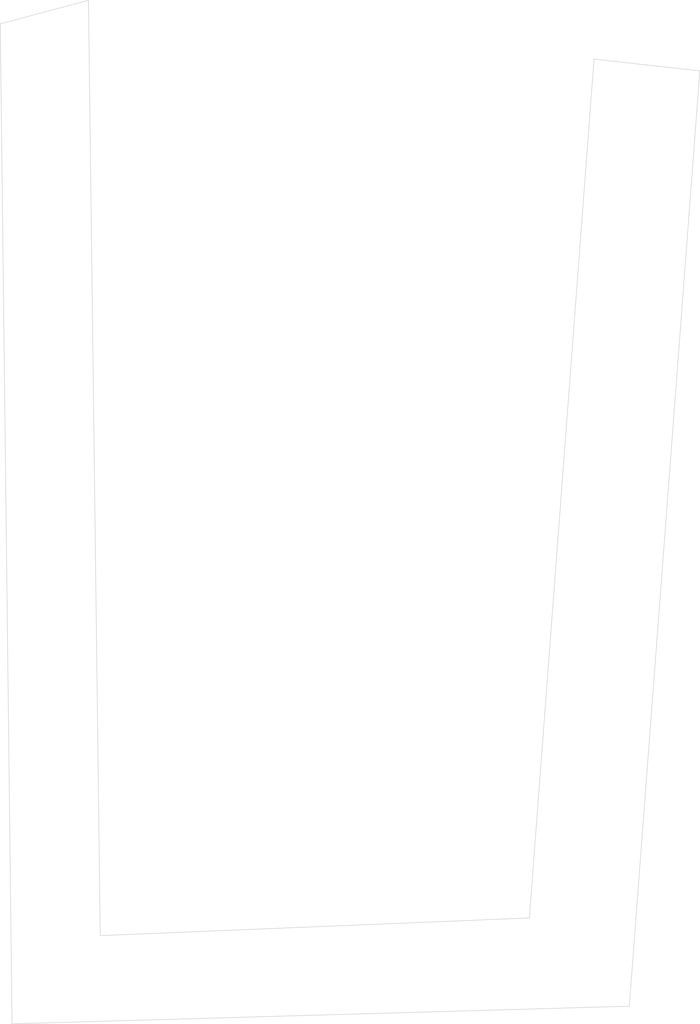
<source format=kicad_pcb>
(kicad_pcb (version 20221018) (generator pcbnew)

  (general
    (thickness 1.6)
  )

  (paper "A4")
  (layers
    (0 "F.Cu" signal)
    (31 "B.Cu" signal)
    (32 "B.Adhes" user "B.Adhesive")
    (33 "F.Adhes" user "F.Adhesive")
    (34 "B.Paste" user)
    (35 "F.Paste" user)
    (36 "B.SilkS" user "B.Silkscreen")
    (37 "F.SilkS" user "F.Silkscreen")
    (38 "B.Mask" user)
    (39 "F.Mask" user)
    (40 "Dwgs.User" user "User.Drawings")
    (41 "Cmts.User" user "User.Comments")
    (42 "Eco1.User" user "User.Eco1")
    (43 "Eco2.User" user "User.Eco2")
    (44 "Edge.Cuts" user)
    (45 "Margin" user)
    (46 "B.CrtYd" user "B.Courtyard")
    (47 "F.CrtYd" user "F.Courtyard")
    (48 "B.Fab" user)
    (49 "F.Fab" user)
    (50 "User.1" user)
    (51 "User.2" user)
    (52 "User.3" user)
    (53 "User.4" user)
    (54 "User.5" user)
    (55 "User.6" user)
    (56 "User.7" user)
    (57 "User.8" user)
    (58 "User.9" user)
  )

  (setup
    (stackup
      (layer "F.SilkS" (type "Top Silk Screen"))
      (layer "F.Paste" (type "Top Solder Paste"))
      (layer "F.Mask" (type "Top Solder Mask") (thickness 0.01))
      (layer "F.Cu" (type "copper") (thickness 0.035))
      (layer "dielectric 1" (type "core") (thickness 1.51) (material "FR4") (epsilon_r 4.5) (loss_tangent 0.02))
      (layer "B.Cu" (type "copper") (thickness 0.035))
      (layer "B.Mask" (type "Bottom Solder Mask") (thickness 0.01))
      (layer "B.Paste" (type "Bottom Solder Paste"))
      (layer "B.SilkS" (type "Bottom Silk Screen"))
      (copper_finish "None")
      (dielectric_constraints no)
    )
    (pad_to_mask_clearance 0)
    (pcbplotparams
      (layerselection 0x00010fc_ffffffff)
      (plot_on_all_layers_selection 0x0000000_00000000)
      (disableapertmacros false)
      (usegerberextensions false)
      (usegerberattributes true)
      (usegerberadvancedattributes true)
      (creategerberjobfile true)
      (dashed_line_dash_ratio 12.000000)
      (dashed_line_gap_ratio 3.000000)
      (svgprecision 4)
      (plotframeref false)
      (viasonmask false)
      (mode 1)
      (useauxorigin false)
      (hpglpennumber 1)
      (hpglpenspeed 20)
      (hpglpendiameter 15.000000)
      (dxfpolygonmode true)
      (dxfimperialunits true)
      (dxfusepcbnewfont true)
      (psnegative false)
      (psa4output false)
      (plotreference true)
      (plotvalue true)
      (plotinvisibletext false)
      (sketchpadsonfab false)
      (subtractmaskfromsilk false)
      (outputformat 1)
      (mirror false)
      (drillshape 1)
      (scaleselection 1)
      (outputdirectory "")
    )
  )

  (net 0 "")

  (gr_line (start 7.999965 0.483117) (end 0.499965 2.483117)
    (stroke (width 0.05) (type default)) (layer "Edge.Cuts") (tstamp 655262f8-2e1c-416e-acc5-a18afd9db729))
  (gr_line (start 53.999965 85.983117) (end 59.999965 6.483117)
    (stroke (width 0.05) (type default)) (layer "Edge.Cuts") (tstamp 7335445c-a5a7-411b-85d7-ecf996971a3c))
  (gr_line (start 59.999965 6.483117) (end 50.999965 5.483117)
    (stroke (width 0.05) (type default)) (layer "Edge.Cuts") (tstamp 82f1955a-30f9-4775-b201-cfb66b8303d3))
  (gr_line (start 8.999965 79.983117) (end 7.999965 0.483117)
    (stroke (width 0.05) (type default)) (layer "Edge.Cuts") (tstamp b1d8e323-a4a9-4fb9-be42-47d70c67c25b))
  (gr_line (start 1.499965 87.483117) (end 53.999965 85.983117)
    (stroke (width 0.05) (type default)) (layer "Edge.Cuts") (tstamp b9a5b2a9-94ab-4e47-99af-b4a472d6ad61))
  (gr_line (start 0.499965 2.483117) (end 1.499965 87.483117)
    (stroke (width 0.05) (type default)) (layer "Edge.Cuts") (tstamp bdce95b3-c61b-44d5-a147-30175432125d))
  (gr_line (start 45.499965 78.483117) (end 8.999965 79.983117)
    (stroke (width 0.05) (type default)) (layer "Edge.Cuts") (tstamp c49e35ca-c753-46d8-89ba-5339ba398257))
  (gr_line (start 50.999965 5.483117) (end 45.499965 78.483117)
    (stroke (width 0.05) (type default)) (layer "Edge.Cuts") (tstamp ee04837f-fa8d-4d91-a557-c70a92c20678))

)

</source>
